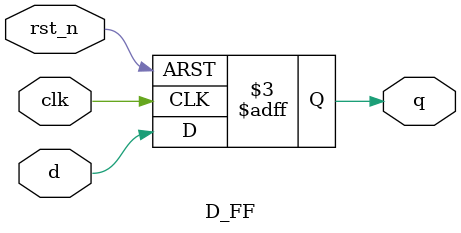
<source format=v>
`timescale 1ns / 1ps


module D_FF(
    input d,
    input clk,
    input rst_n, // Active Low 
    output reg q
    );
always@(posedge clk or negedge rst_n) begin
    if(!rst_n)
        q<=1'b0;
    else
        q<=d;
end
endmodule

</source>
